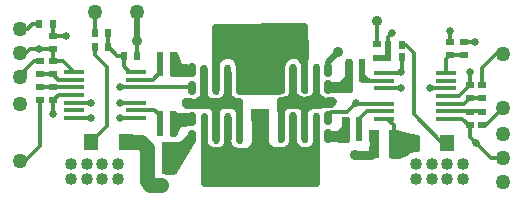
<source format=gbr>
G04 #@! TF.GenerationSoftware,KiCad,Pcbnew,(5.0.0)*
G04 #@! TF.CreationDate,2019-06-25T10:28:51-07:00*
G04 #@! TF.ProjectId,Buffer,4275666665722E6B696361645F706362,rev?*
G04 #@! TF.SameCoordinates,Original*
G04 #@! TF.FileFunction,Copper,L1,Top,Signal*
G04 #@! TF.FilePolarity,Positive*
%FSLAX46Y46*%
G04 Gerber Fmt 4.6, Leading zero omitted, Abs format (unit mm)*
G04 Created by KiCad (PCBNEW (5.0.0)) date 06/25/19 10:28:51*
%MOMM*%
%LPD*%
G01*
G04 APERTURE LIST*
G04 #@! TA.AperFunction,ComponentPad*
%ADD10C,1.016000*%
G04 #@! TD*
G04 #@! TA.AperFunction,SMDPad,CuDef*
%ADD11R,1.750000X0.300000*%
G04 #@! TD*
G04 #@! TA.AperFunction,ComponentPad*
%ADD12C,1.270000*%
G04 #@! TD*
G04 #@! TA.AperFunction,SMDPad,CuDef*
%ADD13R,1.500000X1.016000*%
G04 #@! TD*
G04 #@! TA.AperFunction,SMDPad,CuDef*
%ADD14R,0.711000X0.508000*%
G04 #@! TD*
G04 #@! TA.AperFunction,SMDPad,CuDef*
%ADD15R,0.508000X0.711000*%
G04 #@! TD*
G04 #@! TA.AperFunction,SMDPad,CuDef*
%ADD16R,0.889000X1.000000*%
G04 #@! TD*
G04 #@! TA.AperFunction,SMDPad,CuDef*
%ADD17R,1.300000X1.400000*%
G04 #@! TD*
G04 #@! TA.AperFunction,BGAPad,CuDef*
%ADD18C,0.400000*%
G04 #@! TD*
G04 #@! TA.AperFunction,ViaPad*
%ADD19C,0.635000*%
G04 #@! TD*
G04 #@! TA.AperFunction,ViaPad*
%ADD20C,1.270000*%
G04 #@! TD*
G04 #@! TA.AperFunction,ViaPad*
%ADD21C,0.889000*%
G04 #@! TD*
G04 #@! TA.AperFunction,Conductor*
%ADD22C,0.330200*%
G04 #@! TD*
G04 #@! TA.AperFunction,Conductor*
%ADD23C,1.270000*%
G04 #@! TD*
G04 #@! TA.AperFunction,Conductor*
%ADD24C,0.508000*%
G04 #@! TD*
G04 #@! TA.AperFunction,Conductor*
%ADD25C,0.635000*%
G04 #@! TD*
G04 #@! TA.AperFunction,Conductor*
%ADD26C,0.762000*%
G04 #@! TD*
G04 #@! TA.AperFunction,Conductor*
%ADD27C,0.254000*%
G04 #@! TD*
G04 APERTURE END LIST*
D10*
G04 #@! TO.P,TP2,1*
G04 #@! TO.N,/GNDA1*
X19750000Y12300000D03*
G04 #@! TD*
D11*
G04 #@! TO.P,Inf1,8*
G04 #@! TO.N,/LfNeg*
X9854000Y6548200D03*
G04 #@! TO.P,Inf1,9*
G04 #@! TO.N,/OutB1*
X9854000Y7198200D03*
G04 #@! TO.P,Inf1,10*
G04 #@! TO.N,/VDDB1*
X9854000Y7848200D03*
G04 #@! TO.P,Inf1,11*
G04 #@! TO.N,/GNDA1*
X9854000Y9148200D03*
G04 #@! TO.P,Inf1,12*
G04 #@! TO.N,/OutA1*
X9854000Y9798200D03*
G04 #@! TO.P,Inf1,7*
G04 #@! TO.N,/VDDI1*
X4604000Y6548200D03*
G04 #@! TO.P,Inf1,6*
G04 #@! TO.N,Net-(Inf1-Pad6)*
X4604000Y7198200D03*
G04 #@! TO.P,Inf1,5*
G04 #@! TO.N,/Disable1*
X4604000Y7848200D03*
G04 #@! TO.P,Inf1,4*
G04 #@! TO.N,/GNDI*
X4604000Y8498200D03*
G04 #@! TO.P,Inf1,3*
G04 #@! TO.N,/InB1*
X4604000Y9148200D03*
G04 #@! TO.P,Inf1,2*
G04 #@! TO.N,/InA1*
X4604000Y9798200D03*
G04 #@! TO.P,Inf1,1*
G04 #@! TO.N,/GNDI*
X4604000Y10448200D03*
G04 #@! TO.P,Inf1,13*
G04 #@! TO.N,/VDDA1*
X9854000Y10448200D03*
G04 #@! TD*
G04 #@! TO.P,Inf2,13*
G04 #@! TO.N,/VDDA2*
X30850300Y6468200D03*
G04 #@! TO.P,Inf2,1*
G04 #@! TO.N,/GNDI*
X36100300Y6468200D03*
G04 #@! TO.P,Inf2,2*
G04 #@! TO.N,/InA2*
X36100300Y7118200D03*
G04 #@! TO.P,Inf2,3*
G04 #@! TO.N,/InB2*
X36100300Y7768200D03*
G04 #@! TO.P,Inf2,4*
G04 #@! TO.N,/GNDI*
X36100300Y8418200D03*
G04 #@! TO.P,Inf2,5*
G04 #@! TO.N,/Disable2*
X36100300Y9068200D03*
G04 #@! TO.P,Inf2,6*
G04 #@! TO.N,Net-(Inf2-Pad6)*
X36100300Y9718200D03*
G04 #@! TO.P,Inf2,7*
G04 #@! TO.N,/VDDI2*
X36100300Y10368200D03*
G04 #@! TO.P,Inf2,12*
G04 #@! TO.N,/OutA2*
X30850300Y7118200D03*
G04 #@! TO.P,Inf2,11*
G04 #@! TO.N,/CfNeg*
X30850300Y7768200D03*
G04 #@! TO.P,Inf2,10*
G04 #@! TO.N,/VDDB2*
X30850300Y9068200D03*
G04 #@! TO.P,Inf2,9*
G04 #@! TO.N,/OutB2*
X30850300Y9718200D03*
G04 #@! TO.P,Inf2,8*
G04 #@! TO.N,/GNDA1*
X30850300Y10368200D03*
G04 #@! TD*
D12*
G04 #@! TO.P,TP1,1*
G04 #@! TO.N,/GNDA1*
X9906000Y15494000D03*
G04 #@! TD*
D10*
G04 #@! TO.P,TP2,1*
G04 #@! TO.N,/GNDA1*
X21082000Y12334900D03*
G04 #@! TD*
G04 #@! TO.P,TP2,1*
G04 #@! TO.N,/GNDA1*
X18415000Y12334900D03*
G04 #@! TD*
G04 #@! TO.P,TP2,1*
G04 #@! TO.N,/GNDA1*
X18415000Y13604900D03*
G04 #@! TD*
G04 #@! TO.P,TP2,1*
G04 #@! TO.N,/GNDA1*
X22415500Y12334900D03*
G04 #@! TD*
G04 #@! TO.P,TP2,1*
G04 #@! TO.N,/GNDA1*
X21082000Y13604900D03*
G04 #@! TD*
G04 #@! TO.P,TP2,1*
G04 #@! TO.N,/GNDA1*
X22415500Y13604900D03*
G04 #@! TD*
G04 #@! TO.P,TP2,1*
G04 #@! TO.N,/GNDA1*
X19748500Y13604900D03*
G04 #@! TD*
G04 #@! TO.P,TP2,1*
G04 #@! TO.N,/Vc2Pos*
X21082000Y1397000D03*
G04 #@! TD*
G04 #@! TO.P,TP2,1*
G04 #@! TO.N,/Vc2Pos*
X22415500Y1397000D03*
G04 #@! TD*
G04 #@! TO.P,TP2,1*
G04 #@! TO.N,/LfNeg*
X8318500Y1397000D03*
G04 #@! TD*
G04 #@! TO.P,TP2,1*
G04 #@! TO.N,/CfNeg*
X37528500Y1397000D03*
G04 #@! TD*
G04 #@! TO.P,TP2,1*
G04 #@! TO.N,/CfNeg*
X36195000Y1397000D03*
G04 #@! TD*
G04 #@! TO.P,TP2,1*
G04 #@! TO.N,/CfNeg*
X33528000Y2667000D03*
G04 #@! TD*
G04 #@! TO.P,TP2,1*
G04 #@! TO.N,/CfNeg*
X33528000Y1397000D03*
G04 #@! TD*
G04 #@! TO.P,TP2,1*
G04 #@! TO.N,/CfNeg*
X36195000Y2667000D03*
G04 #@! TD*
G04 #@! TO.P,TP2,1*
G04 #@! TO.N,/CfNeg*
X34861500Y2667000D03*
G04 #@! TD*
G04 #@! TO.P,TP2,1*
G04 #@! TO.N,/CfNeg*
X34861500Y1397000D03*
G04 #@! TD*
G04 #@! TO.P,TP2,1*
G04 #@! TO.N,/CfNeg*
X37528500Y2667000D03*
G04 #@! TD*
D12*
G04 #@! TO.P,TP11,1*
G04 #@! TO.N,/PWMA2*
X40894000Y7366000D03*
G04 #@! TD*
D10*
G04 #@! TO.P,TP2,1*
G04 #@! TO.N,/Vc2Pos*
X19748500Y1397000D03*
G04 #@! TD*
G04 #@! TO.P,TP2,1*
G04 #@! TO.N,/Vc2Pos*
X18415000Y1397000D03*
G04 #@! TD*
G04 #@! TO.P,TP2,1*
G04 #@! TO.N,/Vc2Pos*
X22415500Y2667000D03*
G04 #@! TD*
G04 #@! TO.P,TP2,1*
G04 #@! TO.N,/Vc2Pos*
X21082000Y2667000D03*
G04 #@! TD*
G04 #@! TO.P,TP2,1*
G04 #@! TO.N,/Vc2Pos*
X19748500Y2667000D03*
G04 #@! TD*
G04 #@! TO.P,TP2,1*
G04 #@! TO.N,/Vc2Pos*
X18415000Y2667000D03*
G04 #@! TD*
G04 #@! TO.P,TP2,1*
G04 #@! TO.N,/LfNeg*
X6985000Y2667000D03*
G04 #@! TD*
G04 #@! TO.P,TP2,1*
G04 #@! TO.N,/LfNeg*
X5638800Y2667000D03*
G04 #@! TD*
G04 #@! TO.P,TP2,1*
G04 #@! TO.N,/LfNeg*
X8318500Y2667000D03*
G04 #@! TD*
G04 #@! TO.P,TP2,1*
G04 #@! TO.N,/LfNeg*
X6985000Y1397000D03*
G04 #@! TD*
G04 #@! TO.P,TP2,1*
G04 #@! TO.N,/LfNeg*
X5651500Y1397000D03*
G04 #@! TD*
G04 #@! TO.P,TP2,1*
G04 #@! TO.N,/LfNeg*
X4318000Y2667000D03*
G04 #@! TD*
G04 #@! TO.P,TP2,1*
G04 #@! TO.N,/LfNeg*
X4318000Y1397000D03*
G04 #@! TD*
D13*
G04 #@! TO.P,C13,1*
G04 #@! TO.N,/Vc2Pos*
X20307300Y6777700D03*
G04 #@! TO.P,C13,2*
G04 #@! TO.N,/GNDA1*
X20307300Y8995700D03*
G04 #@! TD*
D12*
G04 #@! TO.P,TP16,1*
G04 #@! TO.N,/GNDI*
X0Y12065000D03*
G04 #@! TD*
G04 #@! TO.P,TP15,1*
G04 #@! TO.N,/5.5V_Iso*
X6350000Y15494000D03*
G04 #@! TD*
G04 #@! TO.P,TP17,1*
G04 #@! TO.N,/5V*
X0Y14097000D03*
G04 #@! TD*
G04 #@! TO.P,TP5,1*
G04 #@! TO.N,/GNDI*
X40894000Y3175000D03*
G04 #@! TD*
G04 #@! TO.P,TP10,1*
G04 #@! TO.N,/PWMB2*
X40894000Y11938000D03*
G04 #@! TD*
G04 #@! TO.P,TP9,1*
G04 #@! TO.N,/Disable2*
X40894000Y5207000D03*
G04 #@! TD*
G04 #@! TO.P,TP6,1*
G04 #@! TO.N,/Disable1*
X0Y7731000D03*
G04 #@! TD*
G04 #@! TO.P,TP4,1*
G04 #@! TO.N,/5V*
X40894000Y1143000D03*
G04 #@! TD*
G04 #@! TO.P,TP3,1*
G04 #@! TO.N,/PWMB1*
X0Y2921000D03*
G04 #@! TD*
G04 #@! TO.P,TP2,1*
G04 #@! TO.N,/PWMA1*
X0Y10033000D03*
G04 #@! TD*
D14*
G04 #@! TO.P,C1,1*
G04 #@! TO.N,/VDDI1*
X2794000Y13521000D03*
G04 #@! TO.P,C1,2*
G04 #@! TO.N,/GNDI*
X2794000Y12387000D03*
G04 #@! TD*
G04 #@! TO.P,C2,1*
G04 #@! TO.N,/InB1*
X2800000Y9167000D03*
G04 #@! TO.P,C2,2*
G04 #@! TO.N,/GNDI*
X2800000Y8033000D03*
G04 #@! TD*
G04 #@! TO.P,C3,1*
G04 #@! TO.N,/InA1*
X2800000Y10233000D03*
G04 #@! TO.P,C3,2*
G04 #@! TO.N,/GNDI*
X2800000Y11367000D03*
G04 #@! TD*
D15*
G04 #@! TO.P,C4,1*
G04 #@! TO.N,/VDDA1*
X8767500Y11811000D03*
G04 #@! TO.P,C4,2*
G04 #@! TO.N,/GNDA1*
X9901500Y11811000D03*
G04 #@! TD*
D16*
G04 #@! TO.P,C5,1*
G04 #@! TO.N,/VDDB1*
X10759561Y4005246D03*
G04 #@! TO.P,C5,2*
G04 #@! TO.N,/LfNeg*
X12459561Y4005246D03*
G04 #@! TD*
G04 #@! TO.P,C6,2*
G04 #@! TO.N,/LfNeg*
X12445693Y2325142D03*
G04 #@! TO.P,C6,1*
G04 #@! TO.N,/VDDB1*
X10745693Y2325142D03*
G04 #@! TD*
G04 #@! TO.P,C7,2*
G04 #@! TO.N,/CfNeg*
X29934800Y4978400D03*
G04 #@! TO.P,C7,1*
G04 #@! TO.N,/VDDA2*
X31634800Y4978400D03*
G04 #@! TD*
D15*
G04 #@! TO.P,C8,2*
G04 #@! TO.N,/GNDA1*
X32317000Y11684000D03*
G04 #@! TO.P,C8,1*
G04 #@! TO.N,/VDDB2*
X31183000Y11684000D03*
G04 #@! TD*
D16*
G04 #@! TO.P,C9,1*
G04 #@! TO.N,/VDDA2*
X31634800Y3632200D03*
G04 #@! TO.P,C9,2*
G04 #@! TO.N,/CfNeg*
X29934800Y3632200D03*
G04 #@! TD*
D14*
G04 #@! TO.P,C10,2*
G04 #@! TO.N,/GNDI*
X38100000Y5933000D03*
G04 #@! TO.P,C10,1*
G04 #@! TO.N,/InA2*
X38100000Y7067000D03*
G04 #@! TD*
G04 #@! TO.P,C11,1*
G04 #@! TO.N,/InB2*
X38100000Y8233000D03*
G04 #@! TO.P,C11,2*
G04 #@! TO.N,/GNDI*
X38100000Y9367000D03*
G04 #@! TD*
G04 #@! TO.P,C12,1*
G04 #@! TO.N,/VDDI2*
X37592000Y11879000D03*
G04 #@! TO.P,C12,2*
G04 #@! TO.N,/GNDI*
X37592000Y13013000D03*
G04 #@! TD*
D17*
G04 #@! TO.P,D1,1*
G04 #@! TO.N,/VDDB1*
X8943000Y4508500D03*
G04 #@! TO.P,D1,2*
G04 #@! TO.N,Net-(D1-Pad2)*
X6043000Y4508500D03*
G04 #@! TD*
D15*
G04 #@! TO.P,D2,1*
G04 #@! TO.N,/OutA1*
X11833000Y10400000D03*
G04 #@! TO.P,D2,2*
G04 #@! TO.N,/GateA1*
X12967000Y10400000D03*
G04 #@! TD*
G04 #@! TO.P,D3,2*
G04 #@! TO.N,/GateB1*
X12967000Y5400000D03*
G04 #@! TO.P,D3,1*
G04 #@! TO.N,/OutB1*
X11833000Y5400000D03*
G04 #@! TD*
G04 #@! TO.P,D4,1*
G04 #@! TO.N,/OutA2*
X28667000Y4900000D03*
G04 #@! TO.P,D4,2*
G04 #@! TO.N,/GateB2*
X27533000Y4900000D03*
G04 #@! TD*
G04 #@! TO.P,D5,1*
G04 #@! TO.N,/OutB2*
X28967000Y9900000D03*
G04 #@! TO.P,D5,2*
G04 #@! TO.N,/GateA2*
X27833000Y9900000D03*
G04 #@! TD*
D17*
G04 #@! TO.P,D6,1*
G04 #@! TO.N,/VDDA2*
X33221000Y4445000D03*
G04 #@! TO.P,D6,2*
G04 #@! TO.N,Net-(D6-Pad2)*
X36121000Y4445000D03*
G04 #@! TD*
D18*
G04 #@! TO.P,Q1,G*
G04 #@! TO.N,/GateB1*
X14561193Y6700042D03*
G04 #@! TO.P,Q1,D*
G04 #@! TO.N,/Vc2Pos*
X15561193Y6700042D03*
G04 #@! TO.P,Q1,S*
G04 #@! TO.N,/LfNeg*
X16561193Y6700042D03*
G04 #@! TO.P,Q1,D*
G04 #@! TO.N,/Vc2Pos*
X17561193Y6700042D03*
G04 #@! TO.P,Q1,S*
G04 #@! TO.N,/LfNeg*
X18561193Y6700042D03*
G04 #@! TO.P,Q1,G*
G04 #@! TO.N,/GateB1*
X14561193Y6200042D03*
G04 #@! TO.P,Q1,D*
G04 #@! TO.N,/Vc2Pos*
X15561193Y6200042D03*
G04 #@! TO.P,Q1,S*
G04 #@! TO.N,/LfNeg*
X16561193Y6200042D03*
G04 #@! TO.P,Q1,D*
G04 #@! TO.N,/Vc2Pos*
X17561193Y6200042D03*
G04 #@! TO.P,Q1,S*
G04 #@! TO.N,/LfNeg*
X18561193Y6200042D03*
G04 #@! TO.P,Q1,D*
G04 #@! TO.N,/Vc2Pos*
X15561193Y5700042D03*
G04 #@! TO.P,Q1,S2*
G04 #@! TO.N,/LfNeg*
X16561193Y5700042D03*
G04 #@! TO.P,Q1,D*
G04 #@! TO.N,/Vc2Pos*
X17561193Y5700042D03*
G04 #@! TO.P,Q1,S*
G04 #@! TO.N,/LfNeg*
X18561193Y5700042D03*
X14561193Y5200042D03*
G04 #@! TO.P,Q1,D*
G04 #@! TO.N,/Vc2Pos*
X15561193Y5200042D03*
G04 #@! TO.P,Q1,S*
G04 #@! TO.N,/LfNeg*
X16561193Y5200042D03*
G04 #@! TO.P,Q1,D*
G04 #@! TO.N,/Vc2Pos*
X17561193Y5200042D03*
G04 #@! TO.P,Q1,S*
G04 #@! TO.N,/LfNeg*
X18561193Y5200042D03*
X14561193Y4700042D03*
G04 #@! TO.P,Q1,D*
G04 #@! TO.N,/Vc2Pos*
X15561193Y4700042D03*
G04 #@! TO.P,Q1,S*
G04 #@! TO.N,/LfNeg*
X16561193Y4700042D03*
G04 #@! TO.P,Q1,D*
G04 #@! TO.N,/Vc2Pos*
X17561193Y4700042D03*
G04 #@! TO.P,Q1,S*
G04 #@! TO.N,/LfNeg*
X18561193Y4700042D03*
G04 #@! TD*
G04 #@! TO.P,Q2,S*
G04 #@! TO.N,/GNDA1*
X18548493Y8822342D03*
G04 #@! TO.P,Q2,D*
G04 #@! TO.N,/LfNeg*
X17548493Y8822342D03*
G04 #@! TO.P,Q2,S*
G04 #@! TO.N,/GNDA1*
X16548493Y8822342D03*
G04 #@! TO.P,Q2,D*
G04 #@! TO.N,/LfNeg*
X15548493Y8822342D03*
G04 #@! TO.P,Q2,S*
G04 #@! TO.N,/GNDA1*
X14548493Y8822342D03*
X18548493Y9322342D03*
G04 #@! TO.P,Q2,D*
G04 #@! TO.N,/LfNeg*
X17548493Y9322342D03*
G04 #@! TO.P,Q2,S*
G04 #@! TO.N,/GNDA1*
X16548493Y9322342D03*
G04 #@! TO.P,Q2,D*
G04 #@! TO.N,/LfNeg*
X15548493Y9322342D03*
G04 #@! TO.P,Q2,S*
G04 #@! TO.N,/GNDA1*
X14548493Y9322342D03*
X18548493Y9822342D03*
G04 #@! TO.P,Q2,D*
G04 #@! TO.N,/LfNeg*
X17548493Y9822342D03*
G04 #@! TO.P,Q2,S2*
G04 #@! TO.N,/GNDA1*
X16548493Y9822342D03*
G04 #@! TO.P,Q2,D*
G04 #@! TO.N,/LfNeg*
X15548493Y9822342D03*
G04 #@! TO.P,Q2,S*
G04 #@! TO.N,/GNDA1*
X18548493Y10322342D03*
G04 #@! TO.P,Q2,D*
G04 #@! TO.N,/LfNeg*
X17548493Y10322342D03*
G04 #@! TO.P,Q2,S*
G04 #@! TO.N,/GNDA1*
X16548493Y10322342D03*
G04 #@! TO.P,Q2,D*
G04 #@! TO.N,/LfNeg*
X15548493Y10322342D03*
G04 #@! TO.P,Q2,G*
G04 #@! TO.N,/GateA1*
X14548493Y10322342D03*
G04 #@! TO.P,Q2,S*
G04 #@! TO.N,/GNDA1*
X18548493Y10822342D03*
G04 #@! TO.P,Q2,D*
G04 #@! TO.N,/LfNeg*
X17548493Y10822342D03*
G04 #@! TO.P,Q2,S*
G04 #@! TO.N,/GNDA1*
X16548493Y10822342D03*
G04 #@! TO.P,Q2,D*
G04 #@! TO.N,/LfNeg*
X15548493Y10822342D03*
G04 #@! TO.P,Q2,G*
G04 #@! TO.N,/GateA1*
X14548493Y10822342D03*
G04 #@! TD*
G04 #@! TO.P,Q3,S*
G04 #@! TO.N,/CfNeg*
X22079200Y6763542D03*
G04 #@! TO.P,Q3,D*
G04 #@! TO.N,/Vc2Pos*
X23079200Y6763542D03*
G04 #@! TO.P,Q3,S*
G04 #@! TO.N,/CfNeg*
X24079200Y6763542D03*
G04 #@! TO.P,Q3,D*
G04 #@! TO.N,/Vc2Pos*
X25079200Y6763542D03*
G04 #@! TO.P,Q3,S*
G04 #@! TO.N,/CfNeg*
X26079200Y6763542D03*
X22079200Y6263542D03*
G04 #@! TO.P,Q3,D*
G04 #@! TO.N,/Vc2Pos*
X23079200Y6263542D03*
G04 #@! TO.P,Q3,S*
G04 #@! TO.N,/CfNeg*
X24079200Y6263542D03*
G04 #@! TO.P,Q3,D*
G04 #@! TO.N,/Vc2Pos*
X25079200Y6263542D03*
G04 #@! TO.P,Q3,S*
G04 #@! TO.N,/CfNeg*
X26079200Y6263542D03*
X22079200Y5763542D03*
G04 #@! TO.P,Q3,D*
G04 #@! TO.N,/Vc2Pos*
X23079200Y5763542D03*
G04 #@! TO.P,Q3,S2*
G04 #@! TO.N,/CfNeg*
X24079200Y5763542D03*
G04 #@! TO.P,Q3,D*
G04 #@! TO.N,/Vc2Pos*
X25079200Y5763542D03*
G04 #@! TO.P,Q3,S*
G04 #@! TO.N,/CfNeg*
X22079200Y5263542D03*
G04 #@! TO.P,Q3,D*
G04 #@! TO.N,/Vc2Pos*
X23079200Y5263542D03*
G04 #@! TO.P,Q3,S*
G04 #@! TO.N,/CfNeg*
X24079200Y5263542D03*
G04 #@! TO.P,Q3,D*
G04 #@! TO.N,/Vc2Pos*
X25079200Y5263542D03*
G04 #@! TO.P,Q3,G*
G04 #@! TO.N,/GateB2*
X26079200Y5263542D03*
G04 #@! TO.P,Q3,S*
G04 #@! TO.N,/CfNeg*
X22079200Y4763542D03*
G04 #@! TO.P,Q3,D*
G04 #@! TO.N,/Vc2Pos*
X23079200Y4763542D03*
G04 #@! TO.P,Q3,S*
G04 #@! TO.N,/CfNeg*
X24079200Y4763542D03*
G04 #@! TO.P,Q3,D*
G04 #@! TO.N,/Vc2Pos*
X25079200Y4763542D03*
G04 #@! TO.P,Q3,G*
G04 #@! TO.N,/GateB2*
X26079200Y4763542D03*
G04 #@! TD*
G04 #@! TO.P,Q4,G*
G04 #@! TO.N,/GateA2*
X26067793Y8885842D03*
G04 #@! TO.P,Q4,D*
G04 #@! TO.N,/CfNeg*
X25067793Y8885842D03*
G04 #@! TO.P,Q4,S*
G04 #@! TO.N,/GNDA1*
X24067793Y8885842D03*
G04 #@! TO.P,Q4,D*
G04 #@! TO.N,/CfNeg*
X23067793Y8885842D03*
G04 #@! TO.P,Q4,S*
G04 #@! TO.N,/GNDA1*
X22067793Y8885842D03*
G04 #@! TO.P,Q4,G*
G04 #@! TO.N,/GateA2*
X26067793Y9385842D03*
G04 #@! TO.P,Q4,D*
G04 #@! TO.N,/CfNeg*
X25067793Y9385842D03*
G04 #@! TO.P,Q4,S*
G04 #@! TO.N,/GNDA1*
X24067793Y9385842D03*
G04 #@! TO.P,Q4,D*
G04 #@! TO.N,/CfNeg*
X23067793Y9385842D03*
G04 #@! TO.P,Q4,S*
G04 #@! TO.N,/GNDA1*
X22067793Y9385842D03*
G04 #@! TO.P,Q4,D*
G04 #@! TO.N,/CfNeg*
X25067793Y9885842D03*
G04 #@! TO.P,Q4,S2*
G04 #@! TO.N,/GNDA1*
X24067793Y9885842D03*
G04 #@! TO.P,Q4,D*
G04 #@! TO.N,/CfNeg*
X23067793Y9885842D03*
G04 #@! TO.P,Q4,S*
G04 #@! TO.N,/GNDA1*
X22067793Y9885842D03*
X26067793Y10385842D03*
G04 #@! TO.P,Q4,D*
G04 #@! TO.N,/CfNeg*
X25067793Y10385842D03*
G04 #@! TO.P,Q4,S*
G04 #@! TO.N,/GNDA1*
X24067793Y10385842D03*
G04 #@! TO.P,Q4,D*
G04 #@! TO.N,/CfNeg*
X23067793Y10385842D03*
G04 #@! TO.P,Q4,S*
G04 #@! TO.N,/GNDA1*
X22067793Y10385842D03*
X26067793Y10885842D03*
G04 #@! TO.P,Q4,D*
G04 #@! TO.N,/CfNeg*
X25067793Y10885842D03*
G04 #@! TO.P,Q4,S*
G04 #@! TO.N,/GNDA1*
X24067793Y10885842D03*
G04 #@! TO.P,Q4,D*
G04 #@! TO.N,/CfNeg*
X23067793Y10885842D03*
G04 #@! TO.P,Q4,S*
G04 #@! TO.N,/GNDA1*
X22067793Y10885842D03*
G04 #@! TD*
D15*
G04 #@! TO.P,R1,1*
G04 #@! TO.N,/5V*
X1638000Y14497000D03*
G04 #@! TO.P,R1,2*
G04 #@! TO.N,/VDDI1*
X2772000Y14497000D03*
G04 #@! TD*
D14*
G04 #@! TO.P,R2,1*
G04 #@! TO.N,/PWMA1*
X1700000Y11367000D03*
G04 #@! TO.P,R2,2*
G04 #@! TO.N,/InA1*
X1700000Y10233000D03*
G04 #@! TD*
G04 #@! TO.P,R3,2*
G04 #@! TO.N,/InB1*
X1700000Y9167001D03*
G04 #@! TO.P,R3,1*
G04 #@! TO.N,/PWMB1*
X1700000Y8032999D03*
G04 #@! TD*
D15*
G04 #@! TO.P,R4,1*
G04 #@! TO.N,/5.5V_Iso*
X6333000Y13700000D03*
G04 #@! TO.P,R4,2*
G04 #@! TO.N,/VDDA1*
X7467000Y13700000D03*
G04 #@! TD*
G04 #@! TO.P,R5,2*
G04 #@! TO.N,/VDDA1*
X7490001Y12527872D03*
G04 #@! TO.P,R5,1*
G04 #@! TO.N,Net-(D1-Pad2)*
X6356001Y12527872D03*
G04 #@! TD*
G04 #@! TO.P,R6,1*
G04 #@! TO.N,/GateA1*
X12967000Y11800000D03*
G04 #@! TO.P,R6,2*
G04 #@! TO.N,/OutA1*
X11833000Y11800000D03*
G04 #@! TD*
G04 #@! TO.P,R7,1*
G04 #@! TO.N,/GateB1*
X12967000Y6800000D03*
G04 #@! TO.P,R7,2*
G04 #@! TO.N,/OutB1*
X11833000Y6800000D03*
G04 #@! TD*
G04 #@! TO.P,R8,1*
G04 #@! TO.N,/OutA2*
X28667000Y6300000D03*
G04 #@! TO.P,R8,2*
G04 #@! TO.N,/GateB2*
X27533000Y6300000D03*
G04 #@! TD*
G04 #@! TO.P,R9,2*
G04 #@! TO.N,/GateA2*
X27833000Y11200000D03*
G04 #@! TO.P,R9,1*
G04 #@! TO.N,/OutB2*
X28967000Y11200000D03*
G04 #@! TD*
G04 #@! TO.P,R10,2*
G04 #@! TO.N,Net-(D6-Pad2)*
X32317000Y12700000D03*
G04 #@! TO.P,R10,1*
G04 #@! TO.N,/VDDB2*
X31183000Y12700000D03*
G04 #@! TD*
D14*
G04 #@! TO.P,R11,1*
G04 #@! TO.N,/VDDB2*
X30226000Y11635942D03*
G04 #@! TO.P,R11,2*
G04 #@! TO.N,/5.5V_Iso*
X30226000Y12769942D03*
G04 #@! TD*
G04 #@! TO.P,R12,1*
G04 #@! TO.N,/InB2*
X39100000Y8233000D03*
G04 #@! TO.P,R12,2*
G04 #@! TO.N,/PWMB2*
X39100000Y9367000D03*
G04 #@! TD*
G04 #@! TO.P,R13,1*
G04 #@! TO.N,/InA2*
X39100000Y7067000D03*
G04 #@! TO.P,R13,2*
G04 #@! TO.N,/PWMA2*
X39100000Y5933000D03*
G04 #@! TD*
G04 #@! TO.P,R14,2*
G04 #@! TO.N,/5V*
X36449000Y13013000D03*
G04 #@! TO.P,R14,1*
G04 #@! TO.N,/VDDI2*
X36449000Y11879000D03*
G04 #@! TD*
D19*
G04 #@! TO.N,/GNDI*
X38100000Y10414000D03*
X2800000Y6900000D03*
X1651000Y12387000D03*
X38540000Y13013000D03*
X38608000Y4445000D03*
G04 #@! TO.N,/VDDI1*
X3900000Y13500000D03*
X6000000Y6550000D03*
G04 #@! TO.N,/VDDB1*
X8500000Y7850000D03*
D20*
X11938000Y887420D03*
D19*
G04 #@! TO.N,/VDDB2*
X32258000Y9080500D03*
X31496000Y13716000D03*
G04 #@! TO.N,/Disable1*
X6000000Y7850000D03*
G04 #@! TO.N,/Disable2*
X34700000Y9050000D03*
D21*
G04 #@! TO.N,/CfNeg*
X23266400Y7874000D03*
X26162000Y7874000D03*
X25196800Y7874000D03*
X24231600Y7874000D03*
X22301200Y7874000D03*
X28384500Y3429000D03*
D19*
X28448000Y7823200D03*
G04 #@! TO.N,/5V*
X36450000Y13900000D03*
D21*
G04 #@! TO.N,/5.5V_Iso*
X30226000Y14732000D03*
G04 #@! TO.N,/LfNeg*
X16319500Y7823200D03*
X14389100Y7823200D03*
X18249900Y7823200D03*
X17284700Y7823200D03*
X15354300Y7823200D03*
X13563600Y3556000D03*
D19*
X8509000Y6550000D03*
G04 #@! TO.N,/GNDA1*
X8509000Y9144000D03*
D21*
X9906000Y13081000D03*
X26949400Y12166600D03*
D19*
X32258000Y10414000D03*
G04 #@! TD*
D22*
G04 #@! TO.N,/GNDI*
X0Y12293600D02*
X209335Y12293600D01*
X3265200Y8498200D02*
X4604000Y8498200D01*
X2800000Y8033000D02*
X3265200Y8498200D01*
X2794000Y11373000D02*
X2800000Y11367000D01*
X2794000Y12387000D02*
X2794000Y11373000D01*
X2800000Y8033000D02*
X2800000Y6900000D01*
X2800000Y11367000D02*
X2857000Y11367000D01*
X2800000Y11367000D02*
X2984000Y11367000D01*
X3685200Y11367000D02*
X4604000Y10448200D01*
X2800000Y11367000D02*
X3685200Y11367000D01*
X2794000Y12387000D02*
X1651000Y12387000D01*
X508000Y12065000D02*
X417510Y12065000D01*
X830000Y12387000D02*
X508000Y12065000D01*
X1651000Y12387000D02*
X830000Y12387000D01*
X37151200Y8418200D02*
X38100000Y9367000D01*
X36100300Y8418200D02*
X37151200Y8418200D01*
X37592000Y13013000D02*
X38540000Y13013000D01*
X38540000Y13013000D02*
X38540000Y13013000D01*
X38100000Y10414000D02*
X38100000Y9367000D01*
X39878000Y3175000D02*
X40476490Y3175000D01*
X38100000Y5933000D02*
X38100000Y4953000D01*
X38100000Y4953000D02*
X38608000Y4445000D01*
X38100000Y5933000D02*
X38009000Y5933000D01*
X38009000Y5933000D02*
X37465000Y6477000D01*
X37456200Y6468200D02*
X36100300Y6468200D01*
X38608000Y4445000D02*
X39878000Y3175000D01*
G04 #@! TO.N,/VDDI1*
X2772000Y13543000D02*
X2794000Y13521000D01*
X2772000Y14497000D02*
X2772000Y13543000D01*
X2815000Y13500000D02*
X2794000Y13521000D01*
X3900000Y13500000D02*
X2815000Y13500000D01*
X4605800Y6550000D02*
X4604000Y6548200D01*
X6000000Y6550000D02*
X4605800Y6550000D01*
G04 #@! TO.N,/InB1*
X4585200Y9167000D02*
X4604000Y9148200D01*
X2800000Y9167000D02*
X4585200Y9167000D01*
X2799999Y9167001D02*
X2800000Y9167000D01*
X1700000Y9167001D02*
X2799999Y9167001D01*
G04 #@! TO.N,/VDDB1*
X9853600Y7848600D02*
X9854000Y7848200D01*
X8534400Y7848600D02*
X9853600Y7848600D01*
X8534400Y4917100D02*
X8943000Y4508500D01*
D23*
X10256307Y4508500D02*
X10759561Y4005246D01*
X8943000Y4508500D02*
X10256307Y4508500D01*
X10759561Y2339010D02*
X10745693Y2325142D01*
X10759561Y4005246D02*
X10759561Y2339010D01*
X10745693Y2325142D02*
X10745693Y1181702D01*
X11039975Y887420D02*
X11938000Y887420D01*
X10745693Y1181702D02*
X11039975Y887420D01*
D22*
G04 #@! TO.N,/VDDB2*
X31183000Y13403000D02*
X31496000Y13716000D01*
X31183000Y12700000D02*
X31183000Y13403000D01*
X30850300Y9068200D02*
X32245700Y9068200D01*
X32245700Y9068200D02*
X32258000Y9080500D01*
X32317000Y9139500D02*
X32258000Y9080500D01*
X32321800Y9017000D02*
X32317000Y9021800D01*
D24*
X31183000Y12700000D02*
X31183000Y11684000D01*
X31134942Y11635942D02*
X31183000Y11684000D01*
X30226000Y11635942D02*
X31134942Y11635942D01*
D22*
G04 #@! TO.N,/InB2*
X37635200Y7768200D02*
X38100000Y8233000D01*
X36100300Y7768200D02*
X37635200Y7768200D01*
X38100000Y8233000D02*
X39100000Y8233000D01*
G04 #@! TO.N,/VDDI2*
X36100300Y11530300D02*
X36449000Y11879000D01*
X36100300Y10368200D02*
X36100300Y11530300D01*
X36449000Y11879000D02*
X37592000Y11879000D01*
G04 #@! TO.N,Net-(D1-Pad2)*
X6043000Y4254500D02*
X6043000Y4304500D01*
X6043000Y4519000D02*
X6043000Y4508500D01*
X7366000Y5842000D02*
X6043000Y4519000D01*
X7366000Y10832173D02*
X7366000Y5842000D01*
X6356001Y12527872D02*
X6356001Y11842172D01*
X6356001Y11842172D02*
X7366000Y10832173D01*
D25*
G04 #@! TO.N,/GateB1*
X14561193Y6700042D02*
X14561193Y6200042D01*
D22*
G04 #@! TO.N,/OutB1*
X11386400Y7199242D02*
X11828200Y6757442D01*
X9853793Y7199242D02*
X11386400Y7199242D01*
G04 #@! TO.N,/PWMB1*
X1700000Y4203490D02*
X417510Y2921000D01*
X1700000Y8032999D02*
X1700000Y4203490D01*
D24*
G04 #@! TO.N,/GateB2*
X27533000Y6300000D02*
X27533000Y4900000D01*
D25*
X26079200Y5263542D02*
X26079200Y4763542D01*
D22*
G04 #@! TO.N,/PWMB2*
X39100000Y9367000D02*
X39100000Y10779000D01*
X40386000Y12065000D02*
X40476490Y12065000D01*
X39100000Y10779000D02*
X40386000Y12065000D01*
G04 #@! TO.N,Net-(D6-Pad2)*
X35763200Y4445000D02*
X36375000Y4445000D01*
X33350200Y6858000D02*
X35763200Y4445000D01*
X33350200Y12014200D02*
X33350200Y6858000D01*
X32317000Y12700000D02*
X32664400Y12700000D01*
X32664400Y12700000D02*
X33350200Y12014200D01*
G04 #@! TO.N,/OutB2*
X28888000Y11112500D02*
X28951500Y11176000D01*
X29075800Y9718200D02*
X28888000Y9906000D01*
X30850300Y9718200D02*
X29075800Y9718200D01*
G04 #@! TO.N,/Disable1*
X4605800Y7850000D02*
X4604000Y7848200D01*
X6000000Y7850000D02*
X4605800Y7850000D01*
G04 #@! TO.N,/Disable2*
X36082100Y9050000D02*
X36100300Y9068200D01*
X34700000Y9050000D02*
X36082100Y9050000D01*
G04 #@! TO.N,/CfNeg*
X30123411Y3374244D02*
X30110711Y3361544D01*
D26*
X29934800Y4978400D02*
X29934800Y3632200D01*
X29731600Y3429000D02*
X29934800Y3632200D01*
X28384500Y3429000D02*
X29731600Y3429000D01*
D22*
X28503000Y7768200D02*
X28448000Y7823200D01*
X30850300Y7768200D02*
X28503000Y7768200D01*
X28448000Y7823200D02*
X28448000Y7823200D01*
X26079200Y6763542D02*
X26351458Y7035800D01*
X27660600Y7035800D02*
X28448000Y7823200D01*
X26351458Y7035800D02*
X27660600Y7035800D01*
D25*
X26079200Y6763542D02*
X26079200Y6263542D01*
D22*
G04 #@! TO.N,/5V*
X425710Y14105200D02*
X417510Y14097000D01*
X1053800Y14497000D02*
X653800Y14097000D01*
X1638000Y14497000D02*
X1053800Y14497000D01*
X653800Y14097000D02*
X417510Y14097000D01*
X36450000Y13014000D02*
X36449000Y13013000D01*
X36450000Y13900000D02*
X36450000Y13014000D01*
G04 #@! TO.N,/5.5V_Iso*
X6350000Y13846542D02*
X6343301Y13839843D01*
X6343301Y15069791D02*
X6350000Y15076490D01*
X6343301Y14795500D02*
X6343301Y15069791D01*
X6343301Y13839843D02*
X6343301Y14795500D01*
X30226000Y14732000D02*
X30226000Y14732000D01*
X30226000Y14732000D02*
X30226000Y14859000D01*
X30226000Y14732000D02*
X30226000Y12769942D01*
G04 #@! TO.N,/LfNeg*
X9852200Y6550000D02*
X9854000Y6548200D01*
X8509000Y6550000D02*
X9852200Y6550000D01*
D25*
X14561193Y5200042D02*
X14561193Y4700042D01*
D22*
G04 #@! TO.N,/GNDA1*
X9906000Y11815500D02*
X9901500Y11811000D01*
X9906000Y13081000D02*
X9906000Y13081000D01*
X9906000Y13081000D02*
X9906000Y11815500D01*
X9906000Y13081000D02*
X9906000Y13081000D01*
X8513200Y9148200D02*
X8509000Y9144000D01*
X9854000Y9148200D02*
X8513200Y9148200D01*
D25*
X14548493Y9322342D02*
X14548493Y8822342D01*
D22*
X14222635Y9148200D02*
X14548493Y8822342D01*
X9854000Y9148200D02*
X14222635Y9148200D01*
X32212200Y10368200D02*
X32258000Y10414000D01*
X30850300Y10368200D02*
X32212200Y10368200D01*
X32317000Y10473000D02*
X32258000Y10414000D01*
X32317000Y11684000D02*
X32317000Y10473000D01*
D24*
X26067793Y11284993D02*
X26949400Y12166600D01*
X26067793Y10885842D02*
X26067793Y11284993D01*
X9906000Y13081000D02*
X9906000Y14987590D01*
D25*
X26067793Y10885842D02*
X26067793Y10385842D01*
D22*
G04 #@! TO.N,/PWMA1*
X417510Y10577510D02*
X417510Y10033000D01*
X1700000Y11367000D02*
X1207000Y11367000D01*
X1207000Y11367000D02*
X417510Y10577510D01*
G04 #@! TO.N,/OutA1*
X11231200Y9798200D02*
X11833000Y10400000D01*
X9854000Y9798200D02*
X11231200Y9798200D01*
G04 #@! TO.N,/VDDA1*
X8767500Y11709500D02*
X8763000Y11705000D01*
X8767500Y11811000D02*
X8767500Y11709500D01*
X9245800Y10448200D02*
X9854000Y10448200D01*
X8767500Y10926500D02*
X9245800Y10448200D01*
X8767500Y11811000D02*
X8767500Y10926500D01*
X7467000Y13700000D02*
X7467000Y12550873D01*
X7467000Y12550873D02*
X7490001Y12527872D01*
X7490001Y12527872D02*
X7538128Y12527872D01*
X7538128Y12527872D02*
X8255000Y11811000D01*
X8255000Y11811000D02*
X8767500Y11811000D01*
D25*
G04 #@! TO.N,/GateA1*
X14548493Y10822342D02*
X14548493Y10322342D01*
D22*
G04 #@! TO.N,/InA1*
X3234800Y9798200D02*
X4604000Y9798200D01*
X2800000Y10233000D02*
X3234800Y9798200D01*
X1700000Y10233000D02*
X2800000Y10233000D01*
G04 #@! TO.N,/OutA2*
X30850300Y7118200D02*
X29617058Y7118200D01*
X29388558Y7118200D02*
X30850300Y7118200D01*
X28634000Y6262142D02*
X28634000Y6363642D01*
X28634000Y6363642D02*
X29388558Y7118200D01*
G04 #@! TO.N,/PWMA2*
X39100000Y5933000D02*
X39461000Y5933000D01*
X39461000Y5933000D02*
X40476490Y6948490D01*
G04 #@! TO.N,/InA2*
X39048800Y7118200D02*
X39100000Y7067000D01*
X36100300Y7118200D02*
X39048800Y7118200D01*
D25*
G04 #@! TO.N,/GateA2*
X26067793Y9385842D02*
X26067793Y8885842D01*
D22*
G04 #@! TO.N,/VDDA2*
X30850300Y6468200D02*
X31098400Y6468200D01*
X31634800Y5931800D02*
X31634800Y4978400D01*
X31098400Y6468200D02*
X31634800Y5931800D01*
D24*
G04 #@! TO.N,/OutB1*
X11833000Y6800000D02*
X11833000Y5400000D01*
G04 #@! TO.N,/OutA1*
X11833000Y11800000D02*
X11833000Y10400000D01*
G04 #@! TO.N,/OutA2*
X28667000Y6300000D02*
X28667000Y4900000D01*
G04 #@! TO.N,/OutB2*
X28951500Y11176000D02*
X28951500Y9969500D01*
G04 #@! TD*
D27*
G04 #@! TO.N,/Vc2Pos*
G36*
X20830657Y7087565D02*
X20894552Y6936196D01*
X20915855Y4560973D01*
X20924097Y4517093D01*
X21001997Y4311604D01*
X21024915Y4273289D01*
X21107140Y4178729D01*
X21150318Y4146494D01*
X21389906Y4037331D01*
X21442563Y4025900D01*
X22326974Y4025900D01*
X22378007Y4036605D01*
X22611665Y4139140D01*
X22654095Y4169449D01*
X22768021Y4293281D01*
X22792877Y4333120D01*
X22876719Y4548086D01*
X22885400Y4594233D01*
X22885400Y4786882D01*
X22885399Y4787319D01*
X22885392Y4789355D01*
X22885390Y4789732D01*
X22873091Y6708446D01*
X22886645Y6775569D01*
X22892855Y6790061D01*
X22904282Y6813357D01*
X22924925Y6850514D01*
X22970517Y6901581D01*
X23027207Y6929376D01*
X23103084Y6932947D01*
X23169772Y6903131D01*
X23222286Y6847619D01*
X23225729Y6842453D01*
X23250165Y6776774D01*
X23251703Y6764473D01*
X23253664Y6732584D01*
X23250759Y4788912D01*
X23250760Y4788159D01*
X23250777Y4784326D01*
X23250783Y4783545D01*
X23252367Y4633859D01*
X23261911Y4586884D01*
X23351460Y4369216D01*
X23377736Y4329124D01*
X23602377Y4097463D01*
X23644048Y4068919D01*
X23871981Y3972445D01*
X23921483Y3962400D01*
X24271643Y3962400D01*
X24326028Y3974634D01*
X24571760Y4091081D01*
X24615668Y4125426D01*
X24796873Y4346899D01*
X24817139Y4381791D01*
X24888548Y4567742D01*
X24896845Y4607230D01*
X24904197Y4761612D01*
X24904305Y4764635D01*
X24904664Y4779737D01*
X24904700Y4782755D01*
X24904700Y6257030D01*
X24904690Y6258653D01*
X24904586Y6266792D01*
X24904554Y6268424D01*
X24893391Y6703774D01*
X24902077Y6772165D01*
X24922664Y6821864D01*
X24931525Y6837814D01*
X24977117Y6888881D01*
X25033807Y6916676D01*
X25109684Y6920247D01*
X25176372Y6890431D01*
X25228886Y6834919D01*
X25232329Y6829753D01*
X25256765Y6764074D01*
X25258337Y6751495D01*
X25260300Y6719976D01*
X25260300Y4821706D01*
X25258746Y4793654D01*
X25257166Y4779435D01*
X25256567Y4772131D01*
X25254629Y4735583D01*
X25254452Y4728264D01*
X25271393Y1105310D01*
X25208660Y952208D01*
X25055934Y888569D01*
X15596501Y876731D01*
X15443605Y939998D01*
X15380502Y1092964D01*
X15392390Y6193031D01*
X15392381Y6194815D01*
X15392277Y6203693D01*
X15392244Y6205460D01*
X15381091Y6640441D01*
X15389777Y6708832D01*
X15410364Y6758531D01*
X15419225Y6774481D01*
X15464817Y6825548D01*
X15521507Y6853343D01*
X15597384Y6856914D01*
X15664072Y6827098D01*
X15716586Y6771586D01*
X15720029Y6766420D01*
X15744465Y6700741D01*
X15746037Y6688162D01*
X15748000Y6656643D01*
X15748000Y4773825D01*
X15748081Y4769297D01*
X15748888Y4746676D01*
X15749130Y4742155D01*
X15765547Y4512321D01*
X15776166Y4469799D01*
X15863818Y4272541D01*
X15888260Y4236160D01*
X16019868Y4099069D01*
X16061689Y4070190D01*
X16290729Y3972569D01*
X16340524Y3962400D01*
X16823129Y3962400D01*
X16875608Y3973750D01*
X17114551Y4082175D01*
X17157649Y4114195D01*
X17262994Y4234589D01*
X17283843Y4267484D01*
X17360715Y4443890D01*
X17370615Y4481557D01*
X17387685Y4646571D01*
X17388358Y4660118D01*
X17388227Y4694830D01*
X17387777Y4702660D01*
X17387912Y4702668D01*
X17386170Y4732403D01*
X17373947Y6639155D01*
X17383345Y6707863D01*
X17404264Y6758364D01*
X17413125Y6774314D01*
X17458717Y6825381D01*
X17515407Y6853176D01*
X17591284Y6856747D01*
X17657972Y6826931D01*
X17710486Y6771419D01*
X17713929Y6766253D01*
X17738365Y6700574D01*
X17739937Y6687995D01*
X17741900Y6656476D01*
X17741900Y4758206D01*
X17740346Y4730142D01*
X17734958Y4681650D01*
X17734181Y4667875D01*
X17734046Y4598990D01*
X17734769Y4585212D01*
X17747672Y4464782D01*
X17753769Y4437254D01*
X17799061Y4304677D01*
X17811080Y4279174D01*
X17884777Y4159415D01*
X17930417Y4115431D01*
X18197546Y3964349D01*
X18258758Y3947900D01*
X19146588Y3938747D01*
X19206359Y3952996D01*
X19471002Y4090224D01*
X19517088Y4130866D01*
X19619559Y4279449D01*
X19636184Y4313522D01*
X19692311Y4492360D01*
X19698137Y4529822D01*
X19708876Y6935264D01*
X19772420Y7087233D01*
X19924675Y7150100D01*
X20678722Y7150100D01*
X20830657Y7087565D01*
X20830657Y7087565D01*
G37*
X20830657Y7087565D02*
X20894552Y6936196D01*
X20915855Y4560973D01*
X20924097Y4517093D01*
X21001997Y4311604D01*
X21024915Y4273289D01*
X21107140Y4178729D01*
X21150318Y4146494D01*
X21389906Y4037331D01*
X21442563Y4025900D01*
X22326974Y4025900D01*
X22378007Y4036605D01*
X22611665Y4139140D01*
X22654095Y4169449D01*
X22768021Y4293281D01*
X22792877Y4333120D01*
X22876719Y4548086D01*
X22885400Y4594233D01*
X22885400Y4786882D01*
X22885399Y4787319D01*
X22885392Y4789355D01*
X22885390Y4789732D01*
X22873091Y6708446D01*
X22886645Y6775569D01*
X22892855Y6790061D01*
X22904282Y6813357D01*
X22924925Y6850514D01*
X22970517Y6901581D01*
X23027207Y6929376D01*
X23103084Y6932947D01*
X23169772Y6903131D01*
X23222286Y6847619D01*
X23225729Y6842453D01*
X23250165Y6776774D01*
X23251703Y6764473D01*
X23253664Y6732584D01*
X23250759Y4788912D01*
X23250760Y4788159D01*
X23250777Y4784326D01*
X23250783Y4783545D01*
X23252367Y4633859D01*
X23261911Y4586884D01*
X23351460Y4369216D01*
X23377736Y4329124D01*
X23602377Y4097463D01*
X23644048Y4068919D01*
X23871981Y3972445D01*
X23921483Y3962400D01*
X24271643Y3962400D01*
X24326028Y3974634D01*
X24571760Y4091081D01*
X24615668Y4125426D01*
X24796873Y4346899D01*
X24817139Y4381791D01*
X24888548Y4567742D01*
X24896845Y4607230D01*
X24904197Y4761612D01*
X24904305Y4764635D01*
X24904664Y4779737D01*
X24904700Y4782755D01*
X24904700Y6257030D01*
X24904690Y6258653D01*
X24904586Y6266792D01*
X24904554Y6268424D01*
X24893391Y6703774D01*
X24902077Y6772165D01*
X24922664Y6821864D01*
X24931525Y6837814D01*
X24977117Y6888881D01*
X25033807Y6916676D01*
X25109684Y6920247D01*
X25176372Y6890431D01*
X25228886Y6834919D01*
X25232329Y6829753D01*
X25256765Y6764074D01*
X25258337Y6751495D01*
X25260300Y6719976D01*
X25260300Y4821706D01*
X25258746Y4793654D01*
X25257166Y4779435D01*
X25256567Y4772131D01*
X25254629Y4735583D01*
X25254452Y4728264D01*
X25271393Y1105310D01*
X25208660Y952208D01*
X25055934Y888569D01*
X15596501Y876731D01*
X15443605Y939998D01*
X15380502Y1092964D01*
X15392390Y6193031D01*
X15392381Y6194815D01*
X15392277Y6203693D01*
X15392244Y6205460D01*
X15381091Y6640441D01*
X15389777Y6708832D01*
X15410364Y6758531D01*
X15419225Y6774481D01*
X15464817Y6825548D01*
X15521507Y6853343D01*
X15597384Y6856914D01*
X15664072Y6827098D01*
X15716586Y6771586D01*
X15720029Y6766420D01*
X15744465Y6700741D01*
X15746037Y6688162D01*
X15748000Y6656643D01*
X15748000Y4773825D01*
X15748081Y4769297D01*
X15748888Y4746676D01*
X15749130Y4742155D01*
X15765547Y4512321D01*
X15776166Y4469799D01*
X15863818Y4272541D01*
X15888260Y4236160D01*
X16019868Y4099069D01*
X16061689Y4070190D01*
X16290729Y3972569D01*
X16340524Y3962400D01*
X16823129Y3962400D01*
X16875608Y3973750D01*
X17114551Y4082175D01*
X17157649Y4114195D01*
X17262994Y4234589D01*
X17283843Y4267484D01*
X17360715Y4443890D01*
X17370615Y4481557D01*
X17387685Y4646571D01*
X17388358Y4660118D01*
X17388227Y4694830D01*
X17387777Y4702660D01*
X17387912Y4702668D01*
X17386170Y4732403D01*
X17373947Y6639155D01*
X17383345Y6707863D01*
X17404264Y6758364D01*
X17413125Y6774314D01*
X17458717Y6825381D01*
X17515407Y6853176D01*
X17591284Y6856747D01*
X17657972Y6826931D01*
X17710486Y6771419D01*
X17713929Y6766253D01*
X17738365Y6700574D01*
X17739937Y6687995D01*
X17741900Y6656476D01*
X17741900Y4758206D01*
X17740346Y4730142D01*
X17734958Y4681650D01*
X17734181Y4667875D01*
X17734046Y4598990D01*
X17734769Y4585212D01*
X17747672Y4464782D01*
X17753769Y4437254D01*
X17799061Y4304677D01*
X17811080Y4279174D01*
X17884777Y4159415D01*
X17930417Y4115431D01*
X18197546Y3964349D01*
X18258758Y3947900D01*
X19146588Y3938747D01*
X19206359Y3952996D01*
X19471002Y4090224D01*
X19517088Y4130866D01*
X19619559Y4279449D01*
X19636184Y4313522D01*
X19692311Y4492360D01*
X19698137Y4529822D01*
X19708876Y6935264D01*
X19772420Y7087233D01*
X19924675Y7150100D01*
X20678722Y7150100D01*
X20830657Y7087565D01*
G04 #@! TO.N,/GNDA1*
G36*
X24194834Y14414335D02*
X24258634Y14262188D01*
X24268257Y12245590D01*
X24268254Y12242634D01*
X24257011Y10682811D01*
X24257009Y10682340D01*
X24257001Y10680052D01*
X24257000Y10679608D01*
X24257000Y8936505D01*
X24255446Y8908446D01*
X24249532Y8855221D01*
X24240289Y8813137D01*
X24217244Y8775850D01*
X24217094Y8775700D01*
X24052241Y8775700D01*
X23970913Y8742013D01*
X23942633Y8763613D01*
X23922236Y8791913D01*
X23905351Y8845966D01*
X23903952Y8855762D01*
X23901400Y8891664D01*
X23901400Y10346629D01*
X23901391Y10348171D01*
X23901297Y10355912D01*
X23901268Y10357467D01*
X23889168Y10853539D01*
X23888696Y10861815D01*
X23884985Y10903088D01*
X23883972Y10911321D01*
X23840214Y11191367D01*
X23827362Y11230452D01*
X23733547Y11410477D01*
X23708874Y11443402D01*
X23557404Y11588814D01*
X23518360Y11614403D01*
X23306619Y11702759D01*
X23260966Y11712512D01*
X23003823Y11719105D01*
X22960324Y11712602D01*
X22754893Y11643967D01*
X22716220Y11623016D01*
X22524099Y11470644D01*
X22495939Y11439430D01*
X22384472Y11264651D01*
X22368045Y11225954D01*
X22262636Y10786030D01*
X22260017Y10771337D01*
X22251277Y10697356D01*
X22250400Y10682456D01*
X22250400Y8936505D01*
X22248846Y8908443D01*
X22241154Y8839212D01*
X22235116Y8811725D01*
X22234985Y8805126D01*
X22233880Y8805310D01*
X22228957Y8775700D01*
X22121841Y8775700D01*
X21900020Y8683819D01*
X18581322Y8661913D01*
X18429259Y8724900D01*
X18402287Y8724900D01*
X18398239Y8730516D01*
X18382878Y8782532D01*
X18378454Y8822346D01*
X18376900Y8850406D01*
X18376900Y10311131D01*
X18376890Y10312754D01*
X18376786Y10320893D01*
X18376754Y10322525D01*
X18364750Y10790673D01*
X18364180Y10799875D01*
X18359662Y10845713D01*
X18358425Y10854846D01*
X18303842Y11171245D01*
X18290893Y11209150D01*
X18198246Y11383875D01*
X18174137Y11415861D01*
X18001833Y11581784D01*
X17959718Y11608688D01*
X17731348Y11697382D01*
X17682115Y11705955D01*
X17416261Y11699138D01*
X17379396Y11692676D01*
X17203782Y11634204D01*
X17170401Y11617277D01*
X16964613Y11471234D01*
X16930184Y11434598D01*
X16800321Y11225192D01*
X16782805Y11178066D01*
X16731339Y10852114D01*
X16730174Y10842240D01*
X16726289Y10792722D01*
X16725900Y10782789D01*
X16725900Y8885705D01*
X16724346Y8857646D01*
X16718432Y8804421D01*
X16709189Y8762337D01*
X16686144Y8725050D01*
X16676405Y8715311D01*
X16655485Y8696587D01*
X16645640Y8688710D01*
X16617681Y8675682D01*
X16498859Y8724900D01*
X16402821Y8724900D01*
X16391639Y8740415D01*
X16376278Y8792431D01*
X16371854Y8832245D01*
X16370300Y8860305D01*
X16370300Y10322576D01*
X16370296Y10323582D01*
X16370256Y10328630D01*
X16370244Y10329643D01*
X16362209Y10834975D01*
X16362177Y10839546D01*
X16369559Y14238329D01*
X16432694Y14390385D01*
X16584693Y14453665D01*
X24042186Y14476933D01*
X24194834Y14414335D01*
X24194834Y14414335D01*
G37*
X24194834Y14414335D02*
X24258634Y14262188D01*
X24268257Y12245590D01*
X24268254Y12242634D01*
X24257011Y10682811D01*
X24257009Y10682340D01*
X24257001Y10680052D01*
X24257000Y10679608D01*
X24257000Y8936505D01*
X24255446Y8908446D01*
X24249532Y8855221D01*
X24240289Y8813137D01*
X24217244Y8775850D01*
X24217094Y8775700D01*
X24052241Y8775700D01*
X23970913Y8742013D01*
X23942633Y8763613D01*
X23922236Y8791913D01*
X23905351Y8845966D01*
X23903952Y8855762D01*
X23901400Y8891664D01*
X23901400Y10346629D01*
X23901391Y10348171D01*
X23901297Y10355912D01*
X23901268Y10357467D01*
X23889168Y10853539D01*
X23888696Y10861815D01*
X23884985Y10903088D01*
X23883972Y10911321D01*
X23840214Y11191367D01*
X23827362Y11230452D01*
X23733547Y11410477D01*
X23708874Y11443402D01*
X23557404Y11588814D01*
X23518360Y11614403D01*
X23306619Y11702759D01*
X23260966Y11712512D01*
X23003823Y11719105D01*
X22960324Y11712602D01*
X22754893Y11643967D01*
X22716220Y11623016D01*
X22524099Y11470644D01*
X22495939Y11439430D01*
X22384472Y11264651D01*
X22368045Y11225954D01*
X22262636Y10786030D01*
X22260017Y10771337D01*
X22251277Y10697356D01*
X22250400Y10682456D01*
X22250400Y8936505D01*
X22248846Y8908443D01*
X22241154Y8839212D01*
X22235116Y8811725D01*
X22234985Y8805126D01*
X22233880Y8805310D01*
X22228957Y8775700D01*
X22121841Y8775700D01*
X21900020Y8683819D01*
X18581322Y8661913D01*
X18429259Y8724900D01*
X18402287Y8724900D01*
X18398239Y8730516D01*
X18382878Y8782532D01*
X18378454Y8822346D01*
X18376900Y8850406D01*
X18376900Y10311131D01*
X18376890Y10312754D01*
X18376786Y10320893D01*
X18376754Y10322525D01*
X18364750Y10790673D01*
X18364180Y10799875D01*
X18359662Y10845713D01*
X18358425Y10854846D01*
X18303842Y11171245D01*
X18290893Y11209150D01*
X18198246Y11383875D01*
X18174137Y11415861D01*
X18001833Y11581784D01*
X17959718Y11608688D01*
X17731348Y11697382D01*
X17682115Y11705955D01*
X17416261Y11699138D01*
X17379396Y11692676D01*
X17203782Y11634204D01*
X17170401Y11617277D01*
X16964613Y11471234D01*
X16930184Y11434598D01*
X16800321Y11225192D01*
X16782805Y11178066D01*
X16731339Y10852114D01*
X16730174Y10842240D01*
X16726289Y10792722D01*
X16725900Y10782789D01*
X16725900Y8885705D01*
X16724346Y8857646D01*
X16718432Y8804421D01*
X16709189Y8762337D01*
X16686144Y8725050D01*
X16676405Y8715311D01*
X16655485Y8696587D01*
X16645640Y8688710D01*
X16617681Y8675682D01*
X16498859Y8724900D01*
X16402821Y8724900D01*
X16391639Y8740415D01*
X16376278Y8792431D01*
X16371854Y8832245D01*
X16370300Y8860305D01*
X16370300Y10322576D01*
X16370296Y10323582D01*
X16370256Y10328630D01*
X16370244Y10329643D01*
X16362209Y10834975D01*
X16362177Y10839546D01*
X16369559Y14238329D01*
X16432694Y14390385D01*
X16584693Y14453665D01*
X24042186Y14476933D01*
X24194834Y14414335D01*
G04 #@! TO.N,/LfNeg*
G36*
X15638672Y10941731D02*
X15691186Y10886219D01*
X15694629Y10881053D01*
X15719065Y10815374D01*
X15720637Y10802795D01*
X15722600Y10771276D01*
X15722600Y8889659D01*
X15722615Y8887716D01*
X15722764Y8877978D01*
X15722809Y8876026D01*
X15731294Y8599530D01*
X15742598Y8550914D01*
X15843772Y8328114D01*
X15872936Y8287611D01*
X15885776Y8275674D01*
X15926544Y8250197D01*
X16146749Y8165261D01*
X16194064Y8156762D01*
X16836782Y8164918D01*
X16872744Y8170593D01*
X17044833Y8223892D01*
X17077706Y8239536D01*
X17132896Y8276329D01*
X17173793Y8320911D01*
X17310481Y8570043D01*
X17326110Y8628487D01*
X17372095Y10835755D01*
X17386809Y10895303D01*
X17423432Y10931926D01*
X17456979Y10948700D01*
X17490248Y10962480D01*
X17502159Y10966450D01*
X17575240Y10966450D01*
X17595396Y10959731D01*
X17618231Y10950875D01*
X17644236Y10939317D01*
X17702824Y10893471D01*
X17730822Y10814105D01*
X17741863Y10173775D01*
X17741900Y10169454D01*
X17741900Y9421321D01*
X17741903Y9420466D01*
X17741932Y9416156D01*
X17741941Y9415287D01*
X17752364Y8647448D01*
X17768441Y8587304D01*
X17910389Y8332832D01*
X17953116Y8287555D01*
X18014814Y8248292D01*
X18047491Y8233502D01*
X18217949Y8183865D01*
X18253456Y8178800D01*
X18384795Y8178800D01*
X18417768Y8165142D01*
X18537010Y8165142D01*
X18656604Y8115604D01*
X18719800Y7963037D01*
X18719800Y7143068D01*
X18719820Y7140805D01*
X18720022Y7129473D01*
X18720083Y7127203D01*
X18732338Y6784079D01*
X18732500Y6774991D01*
X18732500Y6655844D01*
X18732501Y6655418D01*
X18732508Y6653330D01*
X18732510Y6652921D01*
X18745055Y4745923D01*
X18743508Y4716203D01*
X18737732Y4664221D01*
X18728489Y4622137D01*
X18705444Y4584850D01*
X18695705Y4575111D01*
X18674785Y4556387D01*
X18664940Y4548510D01*
X18635510Y4534797D01*
X18629085Y4533512D01*
X18615149Y4531125D01*
X18587214Y4527134D01*
X18527334Y4526609D01*
X18462977Y4548061D01*
X18430833Y4572613D01*
X18410939Y4600215D01*
X18395578Y4652231D01*
X18391154Y4692045D01*
X18389600Y4720105D01*
X18389600Y6180830D01*
X18389590Y6182453D01*
X18389486Y6190592D01*
X18389454Y6192225D01*
X18378117Y6634344D01*
X18378005Y6637337D01*
X18377268Y6652298D01*
X18377085Y6655289D01*
X18347891Y7055501D01*
X18335009Y7102679D01*
X18228415Y7317653D01*
X18198661Y7356464D01*
X18169944Y7381803D01*
X18130833Y7405366D01*
X17920768Y7484792D01*
X17875852Y7493000D01*
X17200313Y7493000D01*
X17151712Y7483333D01*
X16927205Y7390339D01*
X16886003Y7362809D01*
X16868791Y7345597D01*
X16841261Y7304395D01*
X16748267Y7079888D01*
X16738600Y7031287D01*
X16738600Y4758205D01*
X16737046Y4730146D01*
X16731132Y4676921D01*
X16721889Y4634837D01*
X16698844Y4597550D01*
X16689105Y4587811D01*
X16668185Y4569087D01*
X16658340Y4561210D01*
X16628910Y4547497D01*
X16622485Y4546212D01*
X16608549Y4543825D01*
X16580614Y4539834D01*
X16520734Y4539309D01*
X16456377Y4560761D01*
X16424233Y4585313D01*
X16404339Y4612915D01*
X16388978Y4664931D01*
X16384554Y4704745D01*
X16383000Y4732805D01*
X16383000Y6193530D01*
X16382990Y6195153D01*
X16382886Y6203292D01*
X16382854Y6204924D01*
X16370840Y6673454D01*
X16372842Y6689215D01*
X16376166Y6714341D01*
X16377248Y6732931D01*
X16372260Y7060437D01*
X16361471Y7109761D01*
X16265040Y7328358D01*
X16235881Y7369585D01*
X16233114Y7372189D01*
X16192895Y7397759D01*
X15975292Y7484055D01*
X15928474Y7493000D01*
X14058763Y7493000D01*
X13906196Y7556196D01*
X13843000Y7708763D01*
X13843000Y7959614D01*
X13906949Y8112893D01*
X14060873Y8175275D01*
X14123431Y8174637D01*
X14246221Y8092591D01*
X14548493Y8032465D01*
X14850766Y8092591D01*
X15048240Y8224539D01*
X15086255Y8236996D01*
X15122909Y8256082D01*
X15168737Y8290453D01*
X15205225Y8333484D01*
X15332069Y8577535D01*
X15346319Y8632125D01*
X15354126Y8881179D01*
X15354162Y8882589D01*
X15354306Y8889705D01*
X15354327Y8891141D01*
X15366946Y10305781D01*
X15366947Y10307979D01*
X15366855Y10318949D01*
X15366817Y10321139D01*
X15355691Y10755074D01*
X15364377Y10823465D01*
X15384964Y10873164D01*
X15393825Y10889114D01*
X15439417Y10940181D01*
X15496107Y10967976D01*
X15571984Y10971547D01*
X15638672Y10941731D01*
X15638672Y10941731D01*
G37*
X15638672Y10941731D02*
X15691186Y10886219D01*
X15694629Y10881053D01*
X15719065Y10815374D01*
X15720637Y10802795D01*
X15722600Y10771276D01*
X15722600Y8889659D01*
X15722615Y8887716D01*
X15722764Y8877978D01*
X15722809Y8876026D01*
X15731294Y8599530D01*
X15742598Y8550914D01*
X15843772Y8328114D01*
X15872936Y8287611D01*
X15885776Y8275674D01*
X15926544Y8250197D01*
X16146749Y8165261D01*
X16194064Y8156762D01*
X16836782Y8164918D01*
X16872744Y8170593D01*
X17044833Y8223892D01*
X17077706Y8239536D01*
X17132896Y8276329D01*
X17173793Y8320911D01*
X17310481Y8570043D01*
X17326110Y8628487D01*
X17372095Y10835755D01*
X17386809Y10895303D01*
X17423432Y10931926D01*
X17456979Y10948700D01*
X17490248Y10962480D01*
X17502159Y10966450D01*
X17575240Y10966450D01*
X17595396Y10959731D01*
X17618231Y10950875D01*
X17644236Y10939317D01*
X17702824Y10893471D01*
X17730822Y10814105D01*
X17741863Y10173775D01*
X17741900Y10169454D01*
X17741900Y9421321D01*
X17741903Y9420466D01*
X17741932Y9416156D01*
X17741941Y9415287D01*
X17752364Y8647448D01*
X17768441Y8587304D01*
X17910389Y8332832D01*
X17953116Y8287555D01*
X18014814Y8248292D01*
X18047491Y8233502D01*
X18217949Y8183865D01*
X18253456Y8178800D01*
X18384795Y8178800D01*
X18417768Y8165142D01*
X18537010Y8165142D01*
X18656604Y8115604D01*
X18719800Y7963037D01*
X18719800Y7143068D01*
X18719820Y7140805D01*
X18720022Y7129473D01*
X18720083Y7127203D01*
X18732338Y6784079D01*
X18732500Y6774991D01*
X18732500Y6655844D01*
X18732501Y6655418D01*
X18732508Y6653330D01*
X18732510Y6652921D01*
X18745055Y4745923D01*
X18743508Y4716203D01*
X18737732Y4664221D01*
X18728489Y4622137D01*
X18705444Y4584850D01*
X18695705Y4575111D01*
X18674785Y4556387D01*
X18664940Y4548510D01*
X18635510Y4534797D01*
X18629085Y4533512D01*
X18615149Y4531125D01*
X18587214Y4527134D01*
X18527334Y4526609D01*
X18462977Y4548061D01*
X18430833Y4572613D01*
X18410939Y4600215D01*
X18395578Y4652231D01*
X18391154Y4692045D01*
X18389600Y4720105D01*
X18389600Y6180830D01*
X18389590Y6182453D01*
X18389486Y6190592D01*
X18389454Y6192225D01*
X18378117Y6634344D01*
X18378005Y6637337D01*
X18377268Y6652298D01*
X18377085Y6655289D01*
X18347891Y7055501D01*
X18335009Y7102679D01*
X18228415Y7317653D01*
X18198661Y7356464D01*
X18169944Y7381803D01*
X18130833Y7405366D01*
X17920768Y7484792D01*
X17875852Y7493000D01*
X17200313Y7493000D01*
X17151712Y7483333D01*
X16927205Y7390339D01*
X16886003Y7362809D01*
X16868791Y7345597D01*
X16841261Y7304395D01*
X16748267Y7079888D01*
X16738600Y7031287D01*
X16738600Y4758205D01*
X16737046Y4730146D01*
X16731132Y4676921D01*
X16721889Y4634837D01*
X16698844Y4597550D01*
X16689105Y4587811D01*
X16668185Y4569087D01*
X16658340Y4561210D01*
X16628910Y4547497D01*
X16622485Y4546212D01*
X16608549Y4543825D01*
X16580614Y4539834D01*
X16520734Y4539309D01*
X16456377Y4560761D01*
X16424233Y4585313D01*
X16404339Y4612915D01*
X16388978Y4664931D01*
X16384554Y4704745D01*
X16383000Y4732805D01*
X16383000Y6193530D01*
X16382990Y6195153D01*
X16382886Y6203292D01*
X16382854Y6204924D01*
X16370840Y6673454D01*
X16372842Y6689215D01*
X16376166Y6714341D01*
X16377248Y6732931D01*
X16372260Y7060437D01*
X16361471Y7109761D01*
X16265040Y7328358D01*
X16235881Y7369585D01*
X16233114Y7372189D01*
X16192895Y7397759D01*
X15975292Y7484055D01*
X15928474Y7493000D01*
X14058763Y7493000D01*
X13906196Y7556196D01*
X13843000Y7708763D01*
X13843000Y7959614D01*
X13906949Y8112893D01*
X14060873Y8175275D01*
X14123431Y8174637D01*
X14246221Y8092591D01*
X14548493Y8032465D01*
X14850766Y8092591D01*
X15048240Y8224539D01*
X15086255Y8236996D01*
X15122909Y8256082D01*
X15168737Y8290453D01*
X15205225Y8333484D01*
X15332069Y8577535D01*
X15346319Y8632125D01*
X15354126Y8881179D01*
X15354162Y8882589D01*
X15354306Y8889705D01*
X15354327Y8891141D01*
X15366946Y10305781D01*
X15366947Y10307979D01*
X15366855Y10318949D01*
X15366817Y10321139D01*
X15355691Y10755074D01*
X15364377Y10823465D01*
X15384964Y10873164D01*
X15393825Y10889114D01*
X15439417Y10940181D01*
X15496107Y10967976D01*
X15571984Y10971547D01*
X15638672Y10941731D01*
G04 #@! TO.N,/CfNeg*
G36*
X23169772Y11005231D02*
X23222286Y10949719D01*
X23225729Y10944553D01*
X23250165Y10878874D01*
X23251737Y10866295D01*
X23253700Y10834776D01*
X23253700Y9179489D01*
X23253709Y9177962D01*
X23253801Y9170313D01*
X23253829Y9168780D01*
X23263047Y8786310D01*
X23275175Y8735130D01*
X23385058Y8502488D01*
X23416884Y8460611D01*
X23500391Y8388492D01*
X23539116Y8365580D01*
X23746641Y8288371D01*
X23790925Y8280400D01*
X23812113Y8280400D01*
X23937068Y8228642D01*
X24198518Y8228642D01*
X24323473Y8280400D01*
X24402987Y8280400D01*
X24448121Y8288690D01*
X24659056Y8368888D01*
X24698296Y8392677D01*
X24736670Y8426787D01*
X24766910Y8467003D01*
X24873132Y8689551D01*
X24885381Y8738354D01*
X24904220Y9143328D01*
X24904323Y9146278D01*
X24904666Y9161032D01*
X24904700Y9163984D01*
X24904700Y10359130D01*
X24904690Y10360753D01*
X24904586Y10368892D01*
X24904554Y10370524D01*
X24893391Y10805874D01*
X24902077Y10874265D01*
X24922664Y10923964D01*
X24931525Y10939914D01*
X24977117Y10990981D01*
X25033807Y11018776D01*
X25109684Y11022347D01*
X25176372Y10992531D01*
X25228886Y10937019D01*
X25232329Y10931853D01*
X25256765Y10866174D01*
X25258337Y10853595D01*
X25260300Y10822076D01*
X25260300Y8708509D01*
X25272290Y8654641D01*
X25386531Y8410731D01*
X25420239Y8367034D01*
X25449214Y8342889D01*
X25486014Y8321506D01*
X25558608Y8294347D01*
X25765521Y8156091D01*
X26067793Y8095965D01*
X26370066Y8156091D01*
X26455795Y8213374D01*
X26588567Y8151241D01*
X26639988Y7985174D01*
X26618650Y7802278D01*
X26479123Y7606253D01*
X26370316Y7553726D01*
X26267683Y7528646D01*
X24722384Y7482921D01*
X24687124Y7476836D01*
X24518572Y7422424D01*
X24486411Y7406745D01*
X24431454Y7369555D01*
X24390292Y7323611D01*
X24259814Y7076162D01*
X24245155Y7016243D01*
X24256883Y4834743D01*
X24255334Y4805337D01*
X24249531Y4753119D01*
X24240289Y4711037D01*
X24217244Y4673750D01*
X24207505Y4664011D01*
X24186585Y4645287D01*
X24176740Y4637410D01*
X24147310Y4623697D01*
X24140885Y4622412D01*
X24126949Y4620025D01*
X24099014Y4616034D01*
X24039134Y4615509D01*
X23974777Y4636961D01*
X23942633Y4661513D01*
X23922739Y4689115D01*
X23907378Y4741131D01*
X23902954Y4780945D01*
X23901400Y4809005D01*
X23901400Y6269730D01*
X23901390Y6271353D01*
X23901286Y6279491D01*
X23901254Y6281123D01*
X23895917Y6489276D01*
X23888129Y6523780D01*
X23877865Y7119131D01*
X23863314Y7176006D01*
X23772530Y7348816D01*
X23733945Y7393076D01*
X23725950Y7398790D01*
X23691701Y7416136D01*
X23511355Y7475314D01*
X23473475Y7481632D01*
X22720741Y7491804D01*
X22686893Y7487684D01*
X22523441Y7444938D01*
X22491909Y7431960D01*
X22447086Y7405992D01*
X22400717Y7359520D01*
X22280067Y7150186D01*
X22263100Y7086768D01*
X22263100Y6447493D01*
X22260067Y6442954D01*
X22250400Y6394353D01*
X22250400Y4834405D01*
X22248846Y4806346D01*
X22242932Y4753121D01*
X22233689Y4711037D01*
X22210644Y4673750D01*
X22200905Y4664011D01*
X22179985Y4645287D01*
X22170140Y4637410D01*
X22140710Y4623697D01*
X22134285Y4622412D01*
X22120349Y4620025D01*
X22092414Y4616034D01*
X22032534Y4615509D01*
X21968177Y4636961D01*
X21936033Y4661513D01*
X21916139Y4689115D01*
X21900778Y4741131D01*
X21896354Y4780945D01*
X21894800Y4809005D01*
X21894800Y6670288D01*
X21894738Y6674249D01*
X21894120Y6694054D01*
X21893935Y6698015D01*
X21844494Y7489067D01*
X21844000Y7504886D01*
X21844000Y8068093D01*
X21900683Y8214152D01*
X21933170Y8230257D01*
X21937068Y8228642D01*
X22198518Y8228642D01*
X22412488Y8317271D01*
X22493567Y8324591D01*
X22538556Y8337291D01*
X22744390Y8439330D01*
X22783640Y8469578D01*
X22806379Y8507168D01*
X22889497Y8721343D01*
X22898100Y8767291D01*
X22898100Y10371830D01*
X22898090Y10373453D01*
X22897986Y10381592D01*
X22897954Y10383224D01*
X22886791Y10818574D01*
X22895477Y10886965D01*
X22916064Y10936664D01*
X22924925Y10952614D01*
X22970517Y11003681D01*
X23027207Y11031476D01*
X23103084Y11035047D01*
X23169772Y11005231D01*
X23169772Y11005231D01*
G37*
X23169772Y11005231D02*
X23222286Y10949719D01*
X23225729Y10944553D01*
X23250165Y10878874D01*
X23251737Y10866295D01*
X23253700Y10834776D01*
X23253700Y9179489D01*
X23253709Y9177962D01*
X23253801Y9170313D01*
X23253829Y9168780D01*
X23263047Y8786310D01*
X23275175Y8735130D01*
X23385058Y8502488D01*
X23416884Y8460611D01*
X23500391Y8388492D01*
X23539116Y8365580D01*
X23746641Y8288371D01*
X23790925Y8280400D01*
X23812113Y8280400D01*
X23937068Y8228642D01*
X24198518Y8228642D01*
X24323473Y8280400D01*
X24402987Y8280400D01*
X24448121Y8288690D01*
X24659056Y8368888D01*
X24698296Y8392677D01*
X24736670Y8426787D01*
X24766910Y8467003D01*
X24873132Y8689551D01*
X24885381Y8738354D01*
X24904220Y9143328D01*
X24904323Y9146278D01*
X24904666Y9161032D01*
X24904700Y9163984D01*
X24904700Y10359130D01*
X24904690Y10360753D01*
X24904586Y10368892D01*
X24904554Y10370524D01*
X24893391Y10805874D01*
X24902077Y10874265D01*
X24922664Y10923964D01*
X24931525Y10939914D01*
X24977117Y10990981D01*
X25033807Y11018776D01*
X25109684Y11022347D01*
X25176372Y10992531D01*
X25228886Y10937019D01*
X25232329Y10931853D01*
X25256765Y10866174D01*
X25258337Y10853595D01*
X25260300Y10822076D01*
X25260300Y8708509D01*
X25272290Y8654641D01*
X25386531Y8410731D01*
X25420239Y8367034D01*
X25449214Y8342889D01*
X25486014Y8321506D01*
X25558608Y8294347D01*
X25765521Y8156091D01*
X26067793Y8095965D01*
X26370066Y8156091D01*
X26455795Y8213374D01*
X26588567Y8151241D01*
X26639988Y7985174D01*
X26618650Y7802278D01*
X26479123Y7606253D01*
X26370316Y7553726D01*
X26267683Y7528646D01*
X24722384Y7482921D01*
X24687124Y7476836D01*
X24518572Y7422424D01*
X24486411Y7406745D01*
X24431454Y7369555D01*
X24390292Y7323611D01*
X24259814Y7076162D01*
X24245155Y7016243D01*
X24256883Y4834743D01*
X24255334Y4805337D01*
X24249531Y4753119D01*
X24240289Y4711037D01*
X24217244Y4673750D01*
X24207505Y4664011D01*
X24186585Y4645287D01*
X24176740Y4637410D01*
X24147310Y4623697D01*
X24140885Y4622412D01*
X24126949Y4620025D01*
X24099014Y4616034D01*
X24039134Y4615509D01*
X23974777Y4636961D01*
X23942633Y4661513D01*
X23922739Y4689115D01*
X23907378Y4741131D01*
X23902954Y4780945D01*
X23901400Y4809005D01*
X23901400Y6269730D01*
X23901390Y6271353D01*
X23901286Y6279491D01*
X23901254Y6281123D01*
X23895917Y6489276D01*
X23888129Y6523780D01*
X23877865Y7119131D01*
X23863314Y7176006D01*
X23772530Y7348816D01*
X23733945Y7393076D01*
X23725950Y7398790D01*
X23691701Y7416136D01*
X23511355Y7475314D01*
X23473475Y7481632D01*
X22720741Y7491804D01*
X22686893Y7487684D01*
X22523441Y7444938D01*
X22491909Y7431960D01*
X22447086Y7405992D01*
X22400717Y7359520D01*
X22280067Y7150186D01*
X22263100Y7086768D01*
X22263100Y6447493D01*
X22260067Y6442954D01*
X22250400Y6394353D01*
X22250400Y4834405D01*
X22248846Y4806346D01*
X22242932Y4753121D01*
X22233689Y4711037D01*
X22210644Y4673750D01*
X22200905Y4664011D01*
X22179985Y4645287D01*
X22170140Y4637410D01*
X22140710Y4623697D01*
X22134285Y4622412D01*
X22120349Y4620025D01*
X22092414Y4616034D01*
X22032534Y4615509D01*
X21968177Y4636961D01*
X21936033Y4661513D01*
X21916139Y4689115D01*
X21900778Y4741131D01*
X21896354Y4780945D01*
X21894800Y4809005D01*
X21894800Y6670288D01*
X21894738Y6674249D01*
X21894120Y6694054D01*
X21893935Y6698015D01*
X21844494Y7489067D01*
X21844000Y7504886D01*
X21844000Y8068093D01*
X21900683Y8214152D01*
X21933170Y8230257D01*
X21937068Y8228642D01*
X22198518Y8228642D01*
X22412488Y8317271D01*
X22493567Y8324591D01*
X22538556Y8337291D01*
X22744390Y8439330D01*
X22783640Y8469578D01*
X22806379Y8507168D01*
X22889497Y8721343D01*
X22898100Y8767291D01*
X22898100Y10371830D01*
X22898090Y10373453D01*
X22897986Y10381592D01*
X22897954Y10383224D01*
X22886791Y10818574D01*
X22895477Y10886965D01*
X22916064Y10936664D01*
X22924925Y10952614D01*
X22970517Y11003681D01*
X23027207Y11031476D01*
X23103084Y11035047D01*
X23169772Y11005231D01*
G04 #@! TO.N,/VDDA2*
G36*
X32092270Y5354470D02*
X33556469Y5061631D01*
X33681934Y4986296D01*
X33731200Y4848493D01*
X33731200Y3980437D01*
X33690539Y3853558D01*
X33632088Y3810000D01*
X33300643Y3810000D01*
X32880542Y3635989D01*
X32723606Y3479053D01*
X32099010Y3264906D01*
X32016773Y3251200D01*
X31530388Y3251200D01*
X31378578Y3313604D01*
X31314546Y3464733D01*
X31296518Y5141414D01*
X31358854Y5295410D01*
X31512172Y5359400D01*
X32042487Y5359400D01*
X32092270Y5354470D01*
X32092270Y5354470D01*
G37*
X32092270Y5354470D02*
X33556469Y5061631D01*
X33681934Y4986296D01*
X33731200Y4848493D01*
X33731200Y3980437D01*
X33690539Y3853558D01*
X33632088Y3810000D01*
X33300643Y3810000D01*
X32880542Y3635989D01*
X32723606Y3479053D01*
X32099010Y3264906D01*
X32016773Y3251200D01*
X31530388Y3251200D01*
X31378578Y3313604D01*
X31314546Y3464733D01*
X31296518Y5141414D01*
X31358854Y5295410D01*
X31512172Y5359400D01*
X32042487Y5359400D01*
X32092270Y5354470D01*
G04 #@! TO.N,/GateA2*
G36*
X27990800Y8788400D02*
X25958800Y8788400D01*
X25958800Y9474200D01*
X27000200Y9474200D01*
X27048801Y9483867D01*
X27097764Y9519897D01*
X27605764Y10129497D01*
X27629451Y10173022D01*
X27635177Y10213242D01*
X27612266Y11404600D01*
X27990800Y11404600D01*
X27990800Y8788400D01*
X27990800Y8788400D01*
G37*
X27990800Y8788400D02*
X25958800Y8788400D01*
X25958800Y9474200D01*
X27000200Y9474200D01*
X27048801Y9483867D01*
X27097764Y9519897D01*
X27605764Y10129497D01*
X27629451Y10173022D01*
X27635177Y10213242D01*
X27612266Y11404600D01*
X27990800Y11404600D01*
X27990800Y8788400D01*
G04 #@! TO.N,/GateA1*
G36*
X13517913Y11114926D02*
X13540843Y11070997D01*
X13578839Y11039188D01*
X13629739Y11023999D01*
X14665176Y10941713D01*
X14676745Y10174311D01*
X12827000Y10160923D01*
X12827000Y12065000D01*
X13239843Y12065000D01*
X13517913Y11114926D01*
X13517913Y11114926D01*
G37*
X13517913Y11114926D02*
X13540843Y11070997D01*
X13578839Y11039188D01*
X13629739Y11023999D01*
X14665176Y10941713D01*
X14676745Y10174311D01*
X12827000Y10160923D01*
X12827000Y12065000D01*
X13239843Y12065000D01*
X13517913Y11114926D01*
G04 #@! TO.N,/GateB1*
G36*
X14700759Y6795156D02*
X14661744Y6014866D01*
X13558313Y5968890D01*
X13510157Y5957208D01*
X13470137Y5927986D01*
X13444547Y5886220D01*
X13145094Y5080000D01*
X12801600Y5080000D01*
X12801600Y6996243D01*
X14700759Y6795156D01*
X14700759Y6795156D01*
G37*
X14700759Y6795156D02*
X14661744Y6014866D01*
X13558313Y5968890D01*
X13510157Y5957208D01*
X13470137Y5927986D01*
X13444547Y5886220D01*
X13145094Y5080000D01*
X12801600Y5080000D01*
X12801600Y6996243D01*
X14700759Y6795156D01*
G04 #@! TO.N,/GateB2*
G36*
X27787600Y4635765D02*
X26009600Y4657990D01*
X26009600Y5348666D01*
X26851141Y5370812D01*
X26899471Y5381754D01*
X26937603Y5407965D01*
X27344003Y5814365D01*
X27371533Y5855567D01*
X27381125Y5908545D01*
X27361085Y6489700D01*
X27606819Y6489700D01*
X27660600Y6479002D01*
X27714381Y6489700D01*
X27714382Y6489700D01*
X27787600Y6504264D01*
X27787600Y4635765D01*
X27787600Y4635765D01*
G37*
X27787600Y4635765D02*
X26009600Y4657990D01*
X26009600Y5348666D01*
X26851141Y5370812D01*
X26899471Y5381754D01*
X26937603Y5407965D01*
X27344003Y5814365D01*
X27371533Y5855567D01*
X27381125Y5908545D01*
X27361085Y6489700D01*
X27606819Y6489700D01*
X27660600Y6479002D01*
X27714381Y6489700D01*
X27714382Y6489700D01*
X27787600Y6504264D01*
X27787600Y4635765D01*
G04 #@! TO.N,/LfNeg*
G36*
X14704418Y5315348D02*
X14739272Y5190206D01*
X14714491Y4636718D01*
X14677992Y4516712D01*
X13149369Y1999658D01*
X12935994Y1879600D01*
X12348804Y1879600D01*
X12196001Y1943044D01*
X12133072Y2096060D01*
X12140052Y4167566D01*
X12203261Y4319445D01*
X12355138Y4382660D01*
X13375626Y4386130D01*
X13424513Y4396096D01*
X13649917Y4491083D01*
X13691192Y4519112D01*
X14283282Y5121775D01*
X14293080Y5132994D01*
X14338616Y5191764D01*
X14347032Y5204053D01*
X14389238Y5274170D01*
X14562489Y5372100D01*
X14598376Y5372100D01*
X14704418Y5315348D01*
X14704418Y5315348D01*
G37*
X14704418Y5315348D02*
X14739272Y5190206D01*
X14714491Y4636718D01*
X14677992Y4516712D01*
X13149369Y1999658D01*
X12935994Y1879600D01*
X12348804Y1879600D01*
X12196001Y1943044D01*
X12133072Y2096060D01*
X12140052Y4167566D01*
X12203261Y4319445D01*
X12355138Y4382660D01*
X13375626Y4386130D01*
X13424513Y4396096D01*
X13649917Y4491083D01*
X13691192Y4519112D01*
X14283282Y5121775D01*
X14293080Y5132994D01*
X14338616Y5191764D01*
X14347032Y5204053D01*
X14389238Y5274170D01*
X14562489Y5372100D01*
X14598376Y5372100D01*
X14704418Y5315348D01*
G04 #@! TO.N,/OutB2*
G36*
X29486728Y9806431D02*
X29517491Y9760391D01*
X29580634Y9718200D01*
X29519573Y9677400D01*
X28851412Y9677400D01*
X28835572Y10342677D01*
X29486728Y9806431D01*
X29486728Y9806431D01*
G37*
X29486728Y9806431D02*
X29517491Y9760391D01*
X29580634Y9718200D01*
X29519573Y9677400D01*
X28851412Y9677400D01*
X28835572Y10342677D01*
X29486728Y9806431D01*
G04 #@! TD*
M02*

</source>
